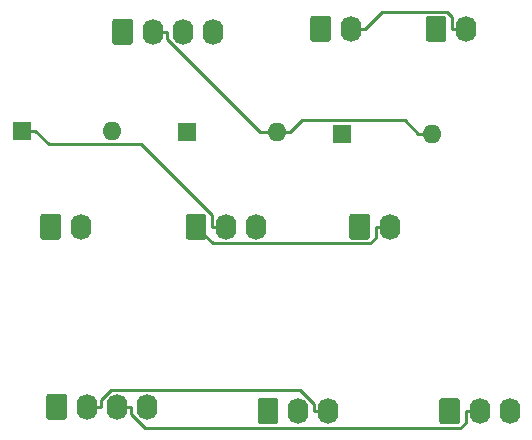
<source format=gbr>
G04 #@! TF.GenerationSoftware,KiCad,Pcbnew,(5.1.5-0-10_14)*
G04 #@! TF.CreationDate,2021-03-15T05:55:20+10:00*
G04 #@! TF.ProjectId,OH - Left Console - 4 - Exterior Lights Panel,4f48202d-204c-4656-9674-20436f6e736f,rev?*
G04 #@! TF.SameCoordinates,Original*
G04 #@! TF.FileFunction,Copper,L1,Top*
G04 #@! TF.FilePolarity,Positive*
%FSLAX46Y46*%
G04 Gerber Fmt 4.6, Leading zero omitted, Abs format (unit mm)*
G04 Created by KiCad (PCBNEW (5.1.5-0-10_14)) date 2021-03-15 05:55:20*
%MOMM*%
%LPD*%
G04 APERTURE LIST*
%ADD10O,1.740000X2.200000*%
%ADD11C,0.100000*%
%ADD12O,1.600000X1.600000*%
%ADD13R,1.600000X1.600000*%
%ADD14C,0.250000*%
G04 APERTURE END LIST*
D10*
X116205000Y-105664000D03*
X113665000Y-105664000D03*
X111125000Y-105664000D03*
G04 #@! TA.AperFunction,ComponentPad*
D11*
G36*
X109229505Y-104565204D02*
G01*
X109253773Y-104568804D01*
X109277572Y-104574765D01*
X109300671Y-104583030D01*
X109322850Y-104593520D01*
X109343893Y-104606132D01*
X109363599Y-104620747D01*
X109381777Y-104637223D01*
X109398253Y-104655401D01*
X109412868Y-104675107D01*
X109425480Y-104696150D01*
X109435970Y-104718329D01*
X109444235Y-104741428D01*
X109450196Y-104765227D01*
X109453796Y-104789495D01*
X109455000Y-104813999D01*
X109455000Y-106514001D01*
X109453796Y-106538505D01*
X109450196Y-106562773D01*
X109444235Y-106586572D01*
X109435970Y-106609671D01*
X109425480Y-106631850D01*
X109412868Y-106652893D01*
X109398253Y-106672599D01*
X109381777Y-106690777D01*
X109363599Y-106707253D01*
X109343893Y-106721868D01*
X109322850Y-106734480D01*
X109300671Y-106744970D01*
X109277572Y-106753235D01*
X109253773Y-106759196D01*
X109229505Y-106762796D01*
X109205001Y-106764000D01*
X107964999Y-106764000D01*
X107940495Y-106762796D01*
X107916227Y-106759196D01*
X107892428Y-106753235D01*
X107869329Y-106744970D01*
X107847150Y-106734480D01*
X107826107Y-106721868D01*
X107806401Y-106707253D01*
X107788223Y-106690777D01*
X107771747Y-106672599D01*
X107757132Y-106652893D01*
X107744520Y-106631850D01*
X107734030Y-106609671D01*
X107725765Y-106586572D01*
X107719804Y-106562773D01*
X107716204Y-106538505D01*
X107715000Y-106514001D01*
X107715000Y-104813999D01*
X107716204Y-104789495D01*
X107719804Y-104765227D01*
X107725765Y-104741428D01*
X107734030Y-104718329D01*
X107744520Y-104696150D01*
X107757132Y-104675107D01*
X107771747Y-104655401D01*
X107788223Y-104637223D01*
X107806401Y-104620747D01*
X107826107Y-104606132D01*
X107847150Y-104593520D01*
X107869329Y-104583030D01*
X107892428Y-104574765D01*
X107916227Y-104568804D01*
X107940495Y-104565204D01*
X107964999Y-104564000D01*
X109205001Y-104564000D01*
X109229505Y-104565204D01*
G37*
G04 #@! TD.AperFunction*
D10*
X131191000Y-122174000D03*
G04 #@! TA.AperFunction,ComponentPad*
D11*
G36*
X129295505Y-121075204D02*
G01*
X129319773Y-121078804D01*
X129343572Y-121084765D01*
X129366671Y-121093030D01*
X129388850Y-121103520D01*
X129409893Y-121116132D01*
X129429599Y-121130747D01*
X129447777Y-121147223D01*
X129464253Y-121165401D01*
X129478868Y-121185107D01*
X129491480Y-121206150D01*
X129501970Y-121228329D01*
X129510235Y-121251428D01*
X129516196Y-121275227D01*
X129519796Y-121299495D01*
X129521000Y-121323999D01*
X129521000Y-123024001D01*
X129519796Y-123048505D01*
X129516196Y-123072773D01*
X129510235Y-123096572D01*
X129501970Y-123119671D01*
X129491480Y-123141850D01*
X129478868Y-123162893D01*
X129464253Y-123182599D01*
X129447777Y-123200777D01*
X129429599Y-123217253D01*
X129409893Y-123231868D01*
X129388850Y-123244480D01*
X129366671Y-123254970D01*
X129343572Y-123263235D01*
X129319773Y-123269196D01*
X129295505Y-123272796D01*
X129271001Y-123274000D01*
X128030999Y-123274000D01*
X128006495Y-123272796D01*
X127982227Y-123269196D01*
X127958428Y-123263235D01*
X127935329Y-123254970D01*
X127913150Y-123244480D01*
X127892107Y-123231868D01*
X127872401Y-123217253D01*
X127854223Y-123200777D01*
X127837747Y-123182599D01*
X127823132Y-123162893D01*
X127810520Y-123141850D01*
X127800030Y-123119671D01*
X127791765Y-123096572D01*
X127785804Y-123072773D01*
X127782204Y-123048505D01*
X127781000Y-123024001D01*
X127781000Y-121323999D01*
X127782204Y-121299495D01*
X127785804Y-121275227D01*
X127791765Y-121251428D01*
X127800030Y-121228329D01*
X127810520Y-121206150D01*
X127823132Y-121185107D01*
X127837747Y-121165401D01*
X127854223Y-121147223D01*
X127872401Y-121130747D01*
X127892107Y-121116132D01*
X127913150Y-121103520D01*
X127935329Y-121093030D01*
X127958428Y-121084765D01*
X127982227Y-121078804D01*
X128006495Y-121075204D01*
X128030999Y-121074000D01*
X129271001Y-121074000D01*
X129295505Y-121075204D01*
G37*
G04 #@! TD.AperFunction*
D10*
X105029000Y-122174000D03*
G04 #@! TA.AperFunction,ComponentPad*
D11*
G36*
X103133505Y-121075204D02*
G01*
X103157773Y-121078804D01*
X103181572Y-121084765D01*
X103204671Y-121093030D01*
X103226850Y-121103520D01*
X103247893Y-121116132D01*
X103267599Y-121130747D01*
X103285777Y-121147223D01*
X103302253Y-121165401D01*
X103316868Y-121185107D01*
X103329480Y-121206150D01*
X103339970Y-121228329D01*
X103348235Y-121251428D01*
X103354196Y-121275227D01*
X103357796Y-121299495D01*
X103359000Y-121323999D01*
X103359000Y-123024001D01*
X103357796Y-123048505D01*
X103354196Y-123072773D01*
X103348235Y-123096572D01*
X103339970Y-123119671D01*
X103329480Y-123141850D01*
X103316868Y-123162893D01*
X103302253Y-123182599D01*
X103285777Y-123200777D01*
X103267599Y-123217253D01*
X103247893Y-123231868D01*
X103226850Y-123244480D01*
X103204671Y-123254970D01*
X103181572Y-123263235D01*
X103157773Y-123269196D01*
X103133505Y-123272796D01*
X103109001Y-123274000D01*
X101868999Y-123274000D01*
X101844495Y-123272796D01*
X101820227Y-123269196D01*
X101796428Y-123263235D01*
X101773329Y-123254970D01*
X101751150Y-123244480D01*
X101730107Y-123231868D01*
X101710401Y-123217253D01*
X101692223Y-123200777D01*
X101675747Y-123182599D01*
X101661132Y-123162893D01*
X101648520Y-123141850D01*
X101638030Y-123119671D01*
X101629765Y-123096572D01*
X101623804Y-123072773D01*
X101620204Y-123048505D01*
X101619000Y-123024001D01*
X101619000Y-121323999D01*
X101620204Y-121299495D01*
X101623804Y-121275227D01*
X101629765Y-121251428D01*
X101638030Y-121228329D01*
X101648520Y-121206150D01*
X101661132Y-121185107D01*
X101675747Y-121165401D01*
X101692223Y-121147223D01*
X101710401Y-121130747D01*
X101730107Y-121116132D01*
X101751150Y-121103520D01*
X101773329Y-121093030D01*
X101796428Y-121084765D01*
X101820227Y-121078804D01*
X101844495Y-121075204D01*
X101868999Y-121074000D01*
X103109001Y-121074000D01*
X103133505Y-121075204D01*
G37*
G04 #@! TD.AperFunction*
D10*
X110617000Y-137414000D03*
X108077000Y-137414000D03*
X105537000Y-137414000D03*
G04 #@! TA.AperFunction,ComponentPad*
D11*
G36*
X103641505Y-136315204D02*
G01*
X103665773Y-136318804D01*
X103689572Y-136324765D01*
X103712671Y-136333030D01*
X103734850Y-136343520D01*
X103755893Y-136356132D01*
X103775599Y-136370747D01*
X103793777Y-136387223D01*
X103810253Y-136405401D01*
X103824868Y-136425107D01*
X103837480Y-136446150D01*
X103847970Y-136468329D01*
X103856235Y-136491428D01*
X103862196Y-136515227D01*
X103865796Y-136539495D01*
X103867000Y-136563999D01*
X103867000Y-138264001D01*
X103865796Y-138288505D01*
X103862196Y-138312773D01*
X103856235Y-138336572D01*
X103847970Y-138359671D01*
X103837480Y-138381850D01*
X103824868Y-138402893D01*
X103810253Y-138422599D01*
X103793777Y-138440777D01*
X103775599Y-138457253D01*
X103755893Y-138471868D01*
X103734850Y-138484480D01*
X103712671Y-138494970D01*
X103689572Y-138503235D01*
X103665773Y-138509196D01*
X103641505Y-138512796D01*
X103617001Y-138514000D01*
X102376999Y-138514000D01*
X102352495Y-138512796D01*
X102328227Y-138509196D01*
X102304428Y-138503235D01*
X102281329Y-138494970D01*
X102259150Y-138484480D01*
X102238107Y-138471868D01*
X102218401Y-138457253D01*
X102200223Y-138440777D01*
X102183747Y-138422599D01*
X102169132Y-138402893D01*
X102156520Y-138381850D01*
X102146030Y-138359671D01*
X102137765Y-138336572D01*
X102131804Y-138312773D01*
X102128204Y-138288505D01*
X102127000Y-138264001D01*
X102127000Y-136563999D01*
X102128204Y-136539495D01*
X102131804Y-136515227D01*
X102137765Y-136491428D01*
X102146030Y-136468329D01*
X102156520Y-136446150D01*
X102169132Y-136425107D01*
X102183747Y-136405401D01*
X102200223Y-136387223D01*
X102218401Y-136370747D01*
X102238107Y-136356132D01*
X102259150Y-136343520D01*
X102281329Y-136333030D01*
X102304428Y-136324765D01*
X102328227Y-136318804D01*
X102352495Y-136315204D01*
X102376999Y-136314000D01*
X103617001Y-136314000D01*
X103641505Y-136315204D01*
G37*
G04 #@! TD.AperFunction*
D10*
X137668000Y-105410000D03*
G04 #@! TA.AperFunction,ComponentPad*
D11*
G36*
X135772505Y-104311204D02*
G01*
X135796773Y-104314804D01*
X135820572Y-104320765D01*
X135843671Y-104329030D01*
X135865850Y-104339520D01*
X135886893Y-104352132D01*
X135906599Y-104366747D01*
X135924777Y-104383223D01*
X135941253Y-104401401D01*
X135955868Y-104421107D01*
X135968480Y-104442150D01*
X135978970Y-104464329D01*
X135987235Y-104487428D01*
X135993196Y-104511227D01*
X135996796Y-104535495D01*
X135998000Y-104559999D01*
X135998000Y-106260001D01*
X135996796Y-106284505D01*
X135993196Y-106308773D01*
X135987235Y-106332572D01*
X135978970Y-106355671D01*
X135968480Y-106377850D01*
X135955868Y-106398893D01*
X135941253Y-106418599D01*
X135924777Y-106436777D01*
X135906599Y-106453253D01*
X135886893Y-106467868D01*
X135865850Y-106480480D01*
X135843671Y-106490970D01*
X135820572Y-106499235D01*
X135796773Y-106505196D01*
X135772505Y-106508796D01*
X135748001Y-106510000D01*
X134507999Y-106510000D01*
X134483495Y-106508796D01*
X134459227Y-106505196D01*
X134435428Y-106499235D01*
X134412329Y-106490970D01*
X134390150Y-106480480D01*
X134369107Y-106467868D01*
X134349401Y-106453253D01*
X134331223Y-106436777D01*
X134314747Y-106418599D01*
X134300132Y-106398893D01*
X134287520Y-106377850D01*
X134277030Y-106355671D01*
X134268765Y-106332572D01*
X134262804Y-106308773D01*
X134259204Y-106284505D01*
X134258000Y-106260001D01*
X134258000Y-104559999D01*
X134259204Y-104535495D01*
X134262804Y-104511227D01*
X134268765Y-104487428D01*
X134277030Y-104464329D01*
X134287520Y-104442150D01*
X134300132Y-104421107D01*
X134314747Y-104401401D01*
X134331223Y-104383223D01*
X134349401Y-104366747D01*
X134369107Y-104352132D01*
X134390150Y-104339520D01*
X134412329Y-104329030D01*
X134435428Y-104320765D01*
X134459227Y-104314804D01*
X134483495Y-104311204D01*
X134507999Y-104310000D01*
X135748001Y-104310000D01*
X135772505Y-104311204D01*
G37*
G04 #@! TD.AperFunction*
D10*
X127889000Y-105410000D03*
G04 #@! TA.AperFunction,ComponentPad*
D11*
G36*
X125993505Y-104311204D02*
G01*
X126017773Y-104314804D01*
X126041572Y-104320765D01*
X126064671Y-104329030D01*
X126086850Y-104339520D01*
X126107893Y-104352132D01*
X126127599Y-104366747D01*
X126145777Y-104383223D01*
X126162253Y-104401401D01*
X126176868Y-104421107D01*
X126189480Y-104442150D01*
X126199970Y-104464329D01*
X126208235Y-104487428D01*
X126214196Y-104511227D01*
X126217796Y-104535495D01*
X126219000Y-104559999D01*
X126219000Y-106260001D01*
X126217796Y-106284505D01*
X126214196Y-106308773D01*
X126208235Y-106332572D01*
X126199970Y-106355671D01*
X126189480Y-106377850D01*
X126176868Y-106398893D01*
X126162253Y-106418599D01*
X126145777Y-106436777D01*
X126127599Y-106453253D01*
X126107893Y-106467868D01*
X126086850Y-106480480D01*
X126064671Y-106490970D01*
X126041572Y-106499235D01*
X126017773Y-106505196D01*
X125993505Y-106508796D01*
X125969001Y-106510000D01*
X124728999Y-106510000D01*
X124704495Y-106508796D01*
X124680227Y-106505196D01*
X124656428Y-106499235D01*
X124633329Y-106490970D01*
X124611150Y-106480480D01*
X124590107Y-106467868D01*
X124570401Y-106453253D01*
X124552223Y-106436777D01*
X124535747Y-106418599D01*
X124521132Y-106398893D01*
X124508520Y-106377850D01*
X124498030Y-106355671D01*
X124489765Y-106332572D01*
X124483804Y-106308773D01*
X124480204Y-106284505D01*
X124479000Y-106260001D01*
X124479000Y-104559999D01*
X124480204Y-104535495D01*
X124483804Y-104511227D01*
X124489765Y-104487428D01*
X124498030Y-104464329D01*
X124508520Y-104442150D01*
X124521132Y-104421107D01*
X124535747Y-104401401D01*
X124552223Y-104383223D01*
X124570401Y-104366747D01*
X124590107Y-104352132D01*
X124611150Y-104339520D01*
X124633329Y-104329030D01*
X124656428Y-104320765D01*
X124680227Y-104314804D01*
X124704495Y-104311204D01*
X124728999Y-104310000D01*
X125969001Y-104310000D01*
X125993505Y-104311204D01*
G37*
G04 #@! TD.AperFunction*
D12*
X121666000Y-114173000D03*
D13*
X114046000Y-114173000D03*
D12*
X107696000Y-114046000D03*
D13*
X100076000Y-114046000D03*
D12*
X134747000Y-114300000D03*
D13*
X127127000Y-114300000D03*
D10*
X119888000Y-122174000D03*
X117348000Y-122174000D03*
G04 #@! TA.AperFunction,ComponentPad*
D11*
G36*
X115452505Y-121075204D02*
G01*
X115476773Y-121078804D01*
X115500572Y-121084765D01*
X115523671Y-121093030D01*
X115545850Y-121103520D01*
X115566893Y-121116132D01*
X115586599Y-121130747D01*
X115604777Y-121147223D01*
X115621253Y-121165401D01*
X115635868Y-121185107D01*
X115648480Y-121206150D01*
X115658970Y-121228329D01*
X115667235Y-121251428D01*
X115673196Y-121275227D01*
X115676796Y-121299495D01*
X115678000Y-121323999D01*
X115678000Y-123024001D01*
X115676796Y-123048505D01*
X115673196Y-123072773D01*
X115667235Y-123096572D01*
X115658970Y-123119671D01*
X115648480Y-123141850D01*
X115635868Y-123162893D01*
X115621253Y-123182599D01*
X115604777Y-123200777D01*
X115586599Y-123217253D01*
X115566893Y-123231868D01*
X115545850Y-123244480D01*
X115523671Y-123254970D01*
X115500572Y-123263235D01*
X115476773Y-123269196D01*
X115452505Y-123272796D01*
X115428001Y-123274000D01*
X114187999Y-123274000D01*
X114163495Y-123272796D01*
X114139227Y-123269196D01*
X114115428Y-123263235D01*
X114092329Y-123254970D01*
X114070150Y-123244480D01*
X114049107Y-123231868D01*
X114029401Y-123217253D01*
X114011223Y-123200777D01*
X113994747Y-123182599D01*
X113980132Y-123162893D01*
X113967520Y-123141850D01*
X113957030Y-123119671D01*
X113948765Y-123096572D01*
X113942804Y-123072773D01*
X113939204Y-123048505D01*
X113938000Y-123024001D01*
X113938000Y-121323999D01*
X113939204Y-121299495D01*
X113942804Y-121275227D01*
X113948765Y-121251428D01*
X113957030Y-121228329D01*
X113967520Y-121206150D01*
X113980132Y-121185107D01*
X113994747Y-121165401D01*
X114011223Y-121147223D01*
X114029401Y-121130747D01*
X114049107Y-121116132D01*
X114070150Y-121103520D01*
X114092329Y-121093030D01*
X114115428Y-121084765D01*
X114139227Y-121078804D01*
X114163495Y-121075204D01*
X114187999Y-121074000D01*
X115428001Y-121074000D01*
X115452505Y-121075204D01*
G37*
G04 #@! TD.AperFunction*
D10*
X125984000Y-137795000D03*
X123444000Y-137795000D03*
G04 #@! TA.AperFunction,ComponentPad*
D11*
G36*
X121548505Y-136696204D02*
G01*
X121572773Y-136699804D01*
X121596572Y-136705765D01*
X121619671Y-136714030D01*
X121641850Y-136724520D01*
X121662893Y-136737132D01*
X121682599Y-136751747D01*
X121700777Y-136768223D01*
X121717253Y-136786401D01*
X121731868Y-136806107D01*
X121744480Y-136827150D01*
X121754970Y-136849329D01*
X121763235Y-136872428D01*
X121769196Y-136896227D01*
X121772796Y-136920495D01*
X121774000Y-136944999D01*
X121774000Y-138645001D01*
X121772796Y-138669505D01*
X121769196Y-138693773D01*
X121763235Y-138717572D01*
X121754970Y-138740671D01*
X121744480Y-138762850D01*
X121731868Y-138783893D01*
X121717253Y-138803599D01*
X121700777Y-138821777D01*
X121682599Y-138838253D01*
X121662893Y-138852868D01*
X121641850Y-138865480D01*
X121619671Y-138875970D01*
X121596572Y-138884235D01*
X121572773Y-138890196D01*
X121548505Y-138893796D01*
X121524001Y-138895000D01*
X120283999Y-138895000D01*
X120259495Y-138893796D01*
X120235227Y-138890196D01*
X120211428Y-138884235D01*
X120188329Y-138875970D01*
X120166150Y-138865480D01*
X120145107Y-138852868D01*
X120125401Y-138838253D01*
X120107223Y-138821777D01*
X120090747Y-138803599D01*
X120076132Y-138783893D01*
X120063520Y-138762850D01*
X120053030Y-138740671D01*
X120044765Y-138717572D01*
X120038804Y-138693773D01*
X120035204Y-138669505D01*
X120034000Y-138645001D01*
X120034000Y-136944999D01*
X120035204Y-136920495D01*
X120038804Y-136896227D01*
X120044765Y-136872428D01*
X120053030Y-136849329D01*
X120063520Y-136827150D01*
X120076132Y-136806107D01*
X120090747Y-136786401D01*
X120107223Y-136768223D01*
X120125401Y-136751747D01*
X120145107Y-136737132D01*
X120166150Y-136724520D01*
X120188329Y-136714030D01*
X120211428Y-136705765D01*
X120235227Y-136699804D01*
X120259495Y-136696204D01*
X120283999Y-136695000D01*
X121524001Y-136695000D01*
X121548505Y-136696204D01*
G37*
G04 #@! TD.AperFunction*
D10*
X141351000Y-137795000D03*
X138811000Y-137795000D03*
G04 #@! TA.AperFunction,ComponentPad*
D11*
G36*
X136915505Y-136696204D02*
G01*
X136939773Y-136699804D01*
X136963572Y-136705765D01*
X136986671Y-136714030D01*
X137008850Y-136724520D01*
X137029893Y-136737132D01*
X137049599Y-136751747D01*
X137067777Y-136768223D01*
X137084253Y-136786401D01*
X137098868Y-136806107D01*
X137111480Y-136827150D01*
X137121970Y-136849329D01*
X137130235Y-136872428D01*
X137136196Y-136896227D01*
X137139796Y-136920495D01*
X137141000Y-136944999D01*
X137141000Y-138645001D01*
X137139796Y-138669505D01*
X137136196Y-138693773D01*
X137130235Y-138717572D01*
X137121970Y-138740671D01*
X137111480Y-138762850D01*
X137098868Y-138783893D01*
X137084253Y-138803599D01*
X137067777Y-138821777D01*
X137049599Y-138838253D01*
X137029893Y-138852868D01*
X137008850Y-138865480D01*
X136986671Y-138875970D01*
X136963572Y-138884235D01*
X136939773Y-138890196D01*
X136915505Y-138893796D01*
X136891001Y-138895000D01*
X135650999Y-138895000D01*
X135626495Y-138893796D01*
X135602227Y-138890196D01*
X135578428Y-138884235D01*
X135555329Y-138875970D01*
X135533150Y-138865480D01*
X135512107Y-138852868D01*
X135492401Y-138838253D01*
X135474223Y-138821777D01*
X135457747Y-138803599D01*
X135443132Y-138783893D01*
X135430520Y-138762850D01*
X135420030Y-138740671D01*
X135411765Y-138717572D01*
X135405804Y-138693773D01*
X135402204Y-138669505D01*
X135401000Y-138645001D01*
X135401000Y-136944999D01*
X135402204Y-136920495D01*
X135405804Y-136896227D01*
X135411765Y-136872428D01*
X135420030Y-136849329D01*
X135430520Y-136827150D01*
X135443132Y-136806107D01*
X135457747Y-136786401D01*
X135474223Y-136768223D01*
X135492401Y-136751747D01*
X135512107Y-136737132D01*
X135533150Y-136724520D01*
X135555329Y-136714030D01*
X135578428Y-136705765D01*
X135602227Y-136699804D01*
X135626495Y-136696204D01*
X135650999Y-136695000D01*
X136891001Y-136695000D01*
X136915505Y-136696204D01*
G37*
G04 #@! TD.AperFunction*
D14*
X105537000Y-137414000D02*
X106732300Y-137414000D01*
X125984000Y-137795000D02*
X124788700Y-137795000D01*
X124788700Y-137795000D02*
X124788700Y-137197400D01*
X124788700Y-137197400D02*
X123573100Y-135981800D01*
X123573100Y-135981800D02*
X107566800Y-135981800D01*
X107566800Y-135981800D02*
X106732300Y-136816300D01*
X106732300Y-136816300D02*
X106732300Y-137414000D01*
X100076000Y-114046000D02*
X101201300Y-114046000D01*
X117348000Y-122174000D02*
X116152700Y-122174000D01*
X116152700Y-122174000D02*
X116152700Y-121202800D01*
X116152700Y-121202800D02*
X110121200Y-115171300D01*
X110121200Y-115171300D02*
X102326600Y-115171300D01*
X102326600Y-115171300D02*
X101201300Y-114046000D01*
X137668000Y-105410000D02*
X136472700Y-105410000D01*
X127889000Y-105410000D02*
X129084300Y-105410000D01*
X129084300Y-105410000D02*
X130520700Y-103973600D01*
X130520700Y-103973600D02*
X136007500Y-103973600D01*
X136007500Y-103973600D02*
X136472700Y-104438800D01*
X136472700Y-104438800D02*
X136472700Y-105410000D01*
X121666000Y-114173000D02*
X122791300Y-114173000D01*
X134747000Y-114300000D02*
X133621700Y-114300000D01*
X133621700Y-114300000D02*
X132496400Y-113174700D01*
X132496400Y-113174700D02*
X123789600Y-113174700D01*
X123789600Y-113174700D02*
X122791300Y-114173000D01*
X111125000Y-105664000D02*
X112320300Y-105664000D01*
X121666000Y-114173000D02*
X120231600Y-114173000D01*
X120231600Y-114173000D02*
X112320300Y-106261700D01*
X112320300Y-106261700D02*
X112320300Y-105664000D01*
X131191000Y-122174000D02*
X129995700Y-122174000D01*
X129995700Y-122174000D02*
X129995700Y-123145200D01*
X129995700Y-123145200D02*
X129539400Y-123601500D01*
X129539400Y-123601500D02*
X116235500Y-123601500D01*
X116235500Y-123601500D02*
X114808000Y-122174000D01*
X108077000Y-137414000D02*
X109272300Y-137414000D01*
X138811000Y-137795000D02*
X137615700Y-137795000D01*
X137615700Y-137795000D02*
X137615700Y-138766200D01*
X137615700Y-138766200D02*
X137156400Y-139225500D01*
X137156400Y-139225500D02*
X110486100Y-139225500D01*
X110486100Y-139225500D02*
X109272300Y-138011700D01*
X109272300Y-138011700D02*
X109272300Y-137414000D01*
M02*

</source>
